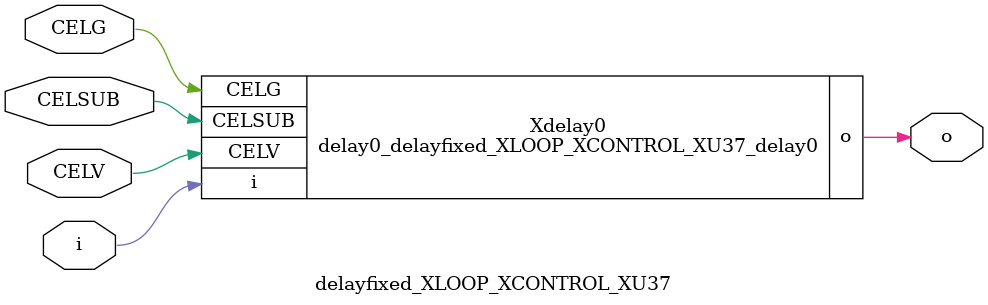
<source format=v>

module delay0_delayfixed_XLOOP_XCONTROL_XU37_delay0 (i, CELV, o,
CELG,CELSUB);
input CELV;
input i;
output o;
input CELSUB;
input CELG;
endmodule


//Celera Confidential Do Not Copy delayfixed_XLOOP_XCONTROL_XU37
//Celera Confidential Symbol Generator
//TYPE:fixed Egde:rise
module delayfixed_XLOOP_XCONTROL_XU37 (CELV,i,o,
CELG,CELSUB);
input CELV;
input i;
output o;
input CELG;
input CELSUB;

//Celera Confidential Do Not Copy delay0_delayfixed_XLOOP_XCONTROL_XU37_delay0
delay0_delayfixed_XLOOP_XCONTROL_XU37_delay0 Xdelay0(
.CELV (CELV),
.i (i),
.o (o),
.CELG (CELG),
.CELSUB (CELSUB)
);
//,diesize,delay0_delayfixed_XLOOP_XCONTROL_XU37_delay0
//Celera Confidential Do Not Copy Module End
//Celera Schematic Generator
endmodule

</source>
